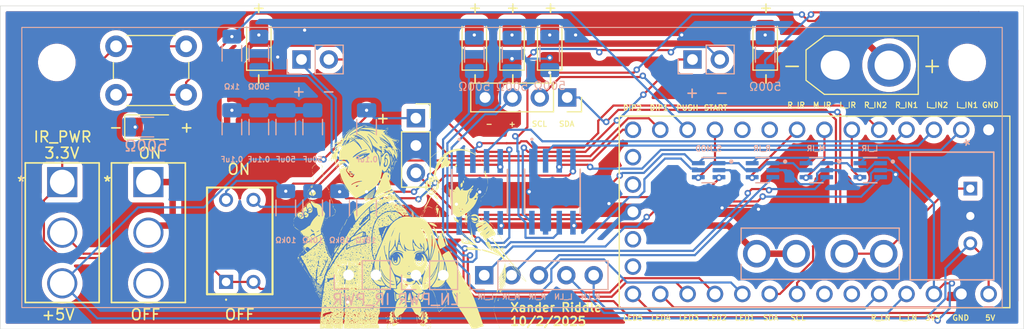
<source format=kicad_pcb>
(kicad_pcb (version 20241229) (generator "pcbnew") (generator_version "9.0")
  (layers (0 "F.Cu" signal) (2 "B.Cu" signal) (13 "F.Paste" user) (15 "B.Paste" user) (5 "F.SilkS" user "F.Silkscreen") (7 "B.SilkS" user "B.Silkscreen") (1 "F.Mask" user) (3 "B.Mask" user) (25 "Edge.Cuts" user))
  (net 0 "")
  (net 1 "+12V")
  (net 2 "GND")
  (net 3 "+5V")
  (net 4 "Net-(D1-A)")
  (net 5 "Net-(D2-A)")
  (net 6 "Net-(D3-A)")
  (net 7 "Net-(D4-A)")
  (net 8 "Net-(D5-A)")
  (net 9 "Net-(D6-K)")
  (net 10 "Button")
  (net 11 "Net-(U2-+VIN)")
  (net 12 "+3.3|5")
  (net 13 "Net-(J7-Pin_2)")
  (net 14 "Net-(J9-Pin_1)")
  (net 15 "Net-(J9-Pin_2)")
  (net 16 "Net-(J10-Pin_2)")
  (net 17 "Net-(J10-Pin_1)")
  (net 18 "LED1")
  (net 19 "LED2")
  (net 20 "LED3")
  (net 21 "LED4")
  (net 22 "LED5")
  (net 23 "+3.3V")
  (net 24 "L_IR")
  (net 25 "L_IR_RAW")
  (net 26 "M_IR_RAW")
  (net 27 "M_IR")
  (net 28 "R_IR_RAW")
  (net 29 "R_IR")
  (net 30 "START_MOD_RAW")
  (net 31 "START_MOD")
  (net 32 "L_IN1")
  (net 33 "Net-(L_MOTOR_DRIVER1-ILIM)")
  (net 34 "L_IN2")
  (net 35 "DIP2")
  (net 36 "DIP1")
  (net 37 "R_IN2")
  (net 38 "R_IN1")
  (net 39 "Net-(R_MOTOR_DRIVER1-ILIM)")
  (net 40 "L_LN")
  (net 41 "R_LN")
  (net 44 "LCD_SDA")
  (net 49 "LCD_SCL")
  (footprint "Connector_PinSocket_2.54mm:PinSocket_1x03_P2.54mm_Vertical" (layer "F.Cu") (at 171.08 128.92)
    (property "Reference" "START_MOD1" (hide yes))
    (property "Value" "Conn_01x03" (hide yes))
  )
  (footprint "LED_SMD:LED_1206_3216Metric_Pad1.42x1.75mm_HandSolder" (layer "F.Cu") (at 203.5 122 90)
    (property "Reference" "-       +")
    (property "Value" "LED" (hide yes))
  )
  (footprint "Connector_PinSocket_2.54mm:PinSocket_1x02_P2.54mm_Vertical" (layer "F.Cu") (at 196.75 123.475 90)
    (property "Reference" "J9" (hide yes))
    (property "Value" "Left Motor" (hide yes))
  )
  (footprint "LED_SMD:LED_1206_3216Metric_Pad1.42x1.75mm_HandSolder" (layer "F.Cu") (at 146.5125 129.75)
    (property "Reference" "-       +")
    (property "Value" "LED" (hide yes))
  )
  (footprint "LED_SMD:LED_1206_3216Metric_Pad1.42x1.75mm_HandSolder" (layer "F.Cu") (at 156.5 122.0125 90)
    (property "Reference" "-+" (hide yes))
    (property "Value" "LED" (hide yes))
  )
  (footprint "DRV8871DDARQ1:DDA0008H_N_TEX" (layer "F.Cu") (at 183.75 135.75 90)
    (property "Reference" "L_MOTOR_DRIVER1" (hide yes))
    (property "Value" "DRV8871DDARQ1" (hide yes))
  )
  (footprint "3544_2:FUSE_3544-2" (layer "F.Cu") (at 208.605 141.5 180)
    (property "Reference" "F1" (hide yes))
    (property "Value" "3544-2" (hide yes))
  )
  (footprint "Capacitor_SMD:C_1206_3216Metric_Pad1.33x1.80mm_HandSolder" (layer "F.Cu") (at 156.5 129.75 90)
    (property "Reference" "0.1uF")
    (property "Value" "0.1uF" (hide yes))
  )
  (footprint "4181172270902:418117270902" (layer "F.Cu") (at 153.46 144.12)
    (property "Reference" "SW_DIP1" (hide yes))
    (property "Value" "SW_DIP_x02" (hide yes))
  )
  (footprint "TSR_1_2450E:TSR 1E_TRP" (layer "F.Cu") (at 222.54 135.46 90)
    (property "Reference" "U2" (hide yes))
    (property "Value" "TSR 1-2450" (hide yes))
  )
  (footprint "Resistor_SMD:R_1206_3216Metric_Pad1.30x1.75mm_HandSolder" (layer "F.Cu") (at 159 137.25 -90)
    (property "Reference" "10kΩ")
    (property "Value" "10kΩ" (hide yes))
  )
  (footprint "LED_SMD:LED_1206_3216Metric_Pad1.42x1.75mm_HandSolder" (layer "F.Cu") (at 183.5 122 90)
    (property "Reference" "-       +")
    (property "Value" "LED" (hide yes))
  )
  (footprint "Resistor_SMD:R_1206_3216Metric_Pad1.30x1.75mm_HandSolder" (layer "F.Cu") (at 180 123 -90)
    (property "Reference" "500Ω")
    (property "Value" "500Ω" (hide yes))
  )
  (footprint "MountingHole:MountingHole_3mm" (layer "F.Cu") (at 222.25 123.75)
    (property "Reference" "H1" (hide yes))
    (property "Value" "MountingHole" (hide yes))
  )
  (footprint "1101M2S3CQE2:1101M2S3CQE2" (layer "F.Cu") (at 146.25 134.852)
    (property "Reference" "SW3" (hide yes))
    (property "Value" "1101M2S3CQE2" (hide yes))
  )
  (footprint "Resistor_SMD:R_1206_3216Metric_Pad1.30x1.75mm_HandSolder" (layer "F.Cu") (at 146.0125 129.75 180)
    (property "Reference" "500Ω")
    (property "Value" "500Ω" (hide yes))
  )
  (footprint "spy:spy23inverted" (layer "F.Cu") (at 170.06207 136.931804)
    (property "Reference" "G***" (hide yes))
    (property "Value" "LOGO" (hide yes))
  )
  (footprint "MountingHole:MountingHole_3mm" (layer "F.Cu") (at 137.75 123.75)
    (property "Reference" "H2" (hide yes))
    (property "Value" "MountingHole" (hide yes))
  )
  (footprint "Resistor_SMD:R_1206_3216Metric_Pad1.30x1.75mm_HandSolder" (layer "F.Cu") (at 161.5 137.25 -90)
    (property "Reference" "10kΩ")
    (property "Value" "10kΩ" (hide yes))
  )
  (footprint "Connector_PinSocket_2.54mm:PinSocket_1x05_P2.54mm_Vertical" (layer "F.Cu") (at 177.42 143.5 90)
    (property "Reference" "R_LN  L_LN  R_IR  M_IR  L_IR")
    (property "Value" "Conn_01x05" (hide yes))
  )
  (footprint "Resistor_SMD:R_1206_3216Metric_Pad1.30x1.75mm_HandSolder" (layer "F.Cu") (at 183.5 122.9125 -90)
    (property "Reference" "500Ω")
    (property "Value" "500Ω" (hide yes))
  )
  (footprint "LED_SMD:LED_1206_3216Metric_Pad1.42x1.75mm_HandSolder" (layer "F.Cu") (at 180 122 90)
    (property "Reference" "-       +")
    (property "Value" "LED" (hide yes))
  )
  (footprint "Connector_AMASS:AMASS_XT30U-F_1x02_P5.0mm_Vertical" (layer "F.Cu") (at 210 124)
    (property "Reference" "J7" (hide yes))
    (property "Value" "Conn_01x02" (hide yes))
  )
  (footprint "Resistor_SMD:R_1206_3216Metric_Pad1.30x1.75mm_HandSolder" (layer "F.Cu") (at 203.5 123 -90)
    (property "Reference" "500Ω")
    (property "Value" "500Ω" (hide yes))
  )
  (footprint "LED_SMD:LED_1206_3216Metric_Pad1.42x1.75mm_HandSolder" (layer "F.Cu") (at 176.5 122 90)
    (property "Reference" "-       +")
    (property "Value" "LED" (hide yes))
  )
  (footprint "Connector_PinSocket_2.54mm:PinSocket_1x04_P2.54mm_Vertical" (layer "F.Cu") (at 185.12 127 -90)
    (property "Reference" "TV1" (hide yes))
    (property "Value" "Conn_01x04" (hide yes))
  )
  (footprint "Resistor_SMD:R_1206_3216Metric_Pad1.30x1.75mm_HandSolder" (layer "F.Cu") (at 156.5 122.9125 -90)
    (property "Reference" "500Ω")
    (property "Value" "500Ω" (hide yes))
  )
  (footprint "Button_Switch_THT:SW_PUSH_6mm_H5mm" (layer "F.Cu") (at 143.25 122.25)
    (property "Reference" "SW1" (hide yes))
    (property "Value" "SW_Push" (hide yes))
  )
  (footprint "Connector_PinSocket_2.54mm:PinSocket_1x02_P2.54mm_Vertical" (layer "F.Cu") (at 164.83 143.475 90)
    (property "Reference" "IR_PWR")
    (property "Value" "Conn_01x02" (hide yes))
  )
  (footprint "Connector_PinSocket_2.54mm:PinSocket_1x02_P2.54mm_Vertical" (layer "F.Cu") (at 171.08 143.5 90)
    (property "Reference" "LN_PWR")
    (property "Value" "Conn_01x02" (hide yes))
  )
  (footprint "Resistor_SMD:R_1206_3216Metric_Pad1.30x1.75mm_HandSolder" (layer "F.Cu") (at 176.5 123 -90)
    (property "Reference" "500Ω")
    (property "Value" "500Ω" (hide yes))
  )
  (footprint "Resistor_SMD:R_1206_3216Metric_Pad1.30x1.75mm_HandSolder" (layer "F.Cu") (at 154 122.9 90)
    (property "Reference" "1kΩ")
    (property "Value" "1kΩ" (hide yes))
  )
  (footprint "1101M2S3CQE2:1101M2S3CQE2" (layer "F.Cu") (at 138.25 134.852)
    (property "Reference" "SW2" (hide yes))
    (property "Value" "1101M2S3CQE2" (hide yes))
  )
  (footprint "DEV-15583:MODULE_DEV-15583" (layer "F.Cu") (at 207.73 137.62 -90)
    (property "Reference" "Teensy 4.0" (hide yes))
    (property "Value" "DEV-15583" (hide yes))
  )
  (footprint "DRV8871DDARQ1:DDA0008H_N_TEX" (layer "F.Cu") (at 177 135.77 90)
    (property "Reference" "R_MOTOR_DRIVER1" (hide yes))
    (property "Value" "DRV8871DDARQ1" (hide yes))
  )
  (footprint "Connector_PinSocket_2.54mm:PinSocket_1x02_P2.54mm_Vertical" (layer "F.Cu") (at 160.46 123.475 90)
    (property "Reference" "-       +" (hide yes))
    (property "Value" "Right Motor" (hide yes))
  )
  (footprint "Capacitor_SMD:C_1206_3216Metric_Pad1.33x1.80mm_HandSolder" (layer "B.Cu") (at 159 129.75 -90)
    (property "Reference" "50uF")
    (property "Value" "50uF" (hide yes))
  )
  (footprint "SN74LVC1T45DCKR:SOT65P210X110-6N" (layer "B.Cu") (at 208.25 133.75 180)
    (property "Reference" "M_IR")
    (property "Value" "SN74LVC1T45DCKR" (hide yes))
  )
  (footprint "Resistor_SMD:R_1206_3216Metric_Pad1.30x1.75mm_HandSolder" (layer "B.Cu") (at 164 137.25 -90)
    (property "Reference" "18kΩ")
    (property "Value" "18kΩ" (hide yes))
  )
  (footprint "SN74LVC1T45DCKR:SOT65P210X110-6N" (layer "B.Cu") (at 203.25 133.75 180)
    (property "Reference" "R_IR")
    (property "Value" "SN74LVC1T45DCKR" (hide yes))
  )
  (footprint "Capacitor_SMD:C_1206_3216Metric_Pad1.33x1.80mm_HandSolder" (layer "B.Cu") (at 161.5 129.75 -90)
    (property "Reference" "50uF")
    (property "Value" "50uF" (hide yes))
  )
  (footprint "SN74LVC1T45DCKR:SOT65P210X110-6N" (layer "B.Cu") (at 213.25 133.75 180)
    (property "Reference" "L_IR")
    (property "Value" "SN74LVC1T45DCKR" (hide yes))
  )
  (footprint "Resistor_SMD:R_1206_3216Metric_Pad1.30x1.75mm_HandSolder" (layer "B.Cu") (at 166.5 137.25 -90)
    (property "Reference" "18kΩ")
    (property "Value" "18kΩ" (hide yes))
  )
  (footprint "Capacitor_SMD:C_1206_3216Metric_Pad1.33x1.80mm_HandSolder" (layer "B.Cu") (at 154 129.75 -90)
    (property "Reference" "0.1uF")
    (property "Value" "0.1uF" (hide yes))
  )
  (footprint "SN74LVC1T45DCKR:SOT65P210X110-6N" (layer "B.Cu") (at 198.25 133.75 180)
    (property "Reference" "S_MOD")
    (property "Value" "SN74LVC1T45DCKR" (hide yes))
  )
  (footprint "Capacitor_SMD:C_1206_3216Metric_Pad1.33x1.80mm_HandSolder" (layer "B.Cu") (at 166.5 129.75 -90)
    (property "Reference" "0.1uF")
    (property "Value" "0.1uF" (hide yes))
  )
  (gr_rect (start 134.5 120.5) (end 225.5 146.5) (stroke (width 0.1)) (fill no) (layer "B.SilkS"))
  (gr_rect (start 132.5 118.5) (end 227.5 148.5) (stroke (width 0.05)) (fill no) (layer "Edge.Cuts"))
  (gr_text "SDA   SCL" (at 203.25 147.75 0) (layer "F.SilkS") (effects (font (size 0.5 0.5) (thickness 0.1) (bold yes)) (justify left bottom)))
  (gr_text "Xander Riddle\n10/2/2025" (at 179.75 148.25 0) (layer "F.SilkS") (effects (font (size 0.8 0.8) (thickness 0.16) (bold yes)) (justify left bottom)))
  (gr_text "+5V" (at 136.25 147.75 0) (layer "F.SilkS") (effects (font (size 1 1)) (justify left bottom)))
  (gr_text "-    +    SCL   SDA" (at 177.5 129.75 0) (layer "F.SilkS") (effects (font (size 0.5 0.5) (thickness 0.1) (bold yes)) (justify left bottom)))
  (gr_text "IR_PWR" (at 135.5 131.25 0) (layer "F.SilkS") (effects (font (size 1 1)) (justify left bottom)))
  (gr_text "ON" (at 153.5 134.25 0) (layer "F.SilkS") (effects (font (size 1 1)) (justify left bottom)))
  (gr_text "START" (at 197.75 128.25 0) (layer "F.SilkS") (effects (font (size 0.5 0.5) (thickness 0.1) (bold yes)) (justify left bottom)))
  (gr_text "OFF" (at 153.25 147.75 0) (layer "F.SilkS") (effects (font (size 1 1)) (justify left bottom)))
  (gr_text "ON" (at 145.25 132.75 0) (layer "F.SilkS") (effects (font (size 1 1)) (justify left bottom)))
  (gr_text "DIP2  DIP1  PUSH" (at 190.25 128.25 0) (layer "F.SilkS") (effects (font (size 0.5 0.5) (thickness 0.1) (bold yes)) (justify left bottom)))
  (gr_text "LED5  LED4  LED3  LED2  LED1" (at 190.25 147.75 0) (layer "F.SilkS") (effects (font (size 0.5 0.5) (thickness 0.1) (bold yes)) (justify left bottom)))
  (gr_text "+  -  S" (at 167.5 128.25 270) (layer "F.SilkS") (effects (font (size 1 1)) (justify left bottom)))
  (gr_text "R_LN  L_LN  3V3   GND    5V" (at 213.25 147.75 0) (layer "F.SilkS") (effects (font (size 0.5 0.5) (thickness 0.1) (bold yes)) (justify left bottom)))
  (gr_text "R_IR  M_IR  L_IR  R_IN2  R_IN1  L_IN2  L_IN1 GND" (at 205.5 128 0) (layer "F.SilkS") (effects (font (size 0.5 0.5) (thickness 0.1) (bold yes)) (justify left bottom)))
  (gr_text "3.3V" (at 136.5 132.75 0) (layer "F.SilkS") (effects (font (size 1 1)) (justify left bottom)))
  (gr_text "OFF" (at 144.5 147.75 0) (layer "F.SilkS") (effects (font (size 1 1)) (justify left bottom)))
  (gr_text "+  -" (at 159.5 127 0) (layer "B.SilkS") (effects (font (size 1 1)) (justify left bottom)))
  (gr_text "+  -" (at 196 127.12 0) (layer "B.SilkS") (effects (font (size 1 1)) (justify left bottom)))
  (segment (start 148.5 138.894) (end 179 138.894) (width 0.6) (layer "F.Cu") (net 1))
  (segment (start 148.5 138.894) (end 148.5 135.75) (width 0.6) (layer "F.Cu") (net 1))
  (segment (start 185.75 138.894) (end 200.104 138.894) (width 0.6) (layer "F.Cu") (net 1))
  (segment (start 153.552 128.6355) (end 154 128.1875) (width 0.6) (layer "F.Cu") (net 1))
  (segment (start 146.25 139.551) (end 146.907 138.894) (width 0.6) (layer "F.Cu") (net 1))
  (segment (start 153.552 130.679785) (end 153.552 128.6355) (width 0.6) (layer "F.Cu") (net 1))
  (segment (start 202.71 141.5) (end 206.37 141.5) (width 0.6) (layer "F.Cu") (net 1))
  (segment (start 153.5 130.75) (end 153.5 130.731786) (width 0.6) (layer "F.Cu") (net 1))
  (segment (start 148.5 135.75) (end 153.5 130.75) (width 0.6) (layer "F.Cu") (net 1))
  (segment (start 146.907 138.894) (end 148.5 138.894) (width 0.6) (layer "F.Cu") (net 1))
  (segment (start 153.5 130.731786) (end 153.552 130.679785) (width 0.6) (layer "F.Cu") (net 1))
  (segment (start 179 138.894) (end 185.75 138.894) (width 0.6) (layer "F.Cu") (net 1))
  (segment (start 200.104 138.894) (end 202.71 141.5) (width 0.6) (layer "F.Cu") (net 1))
  (via (at 154 128.1875) (size 0.6) (drill 0.3) (layers "F.Cu" "B.Cu") (net 1))
  (via (at 179 138.894) (size 0.6) (drill 0.3) (layers "F.Cu" "B.Cu") (net 1))
  (via (at 185.75 138.894) (size 0.6) (drill 0.3) (layers "F.Cu" "B.Cu") (net 1))
  (segment (start 154 128.1875) (end 161.5 128.1875) (width 0.6) (layer "B.Cu") (net 1))
  (segment (start 156.5 123.5) (end 158 123.5) (width 0.2) (layer "F.Cu") (net 2))
  (segment (start 158 123.5) (end 158.25 123.25) (width 0.2) (layer "F.Cu") (net 2))
  (segment (start 190.45 136.85) (end 189 136.85) (width 0.2) (layer "F.Cu") (net 2))
  (segment (start 202.552 137.052) (end 199.699 137.052) (width 0.2) (layer "F.Cu") (net 2))
  (segment (start 176.5 123.4875) (end 180 123.4875) (width 0.2) (layer "F.Cu") (net 2))
  (segment (start 191.22 137.62) (end 190.45 136.85) (width 0.2) (layer "F.Cu") (net 2))
  (segment (start 177.5 127) (end 176.5 126) (width 0.2) (layer "F.Cu") (net 2))
  (segment (start 202.875 137.375) (end 202.552 137.052) (width 0.2) (layer "F.Cu") (net 2))
  (segment (start 199.699 137.052) (end 199.5 137.251) (width 0.2) (layer "F.Cu") (net 2))
  (segment (start 176.5 126) (end 176.5 123.4875) (width 0.2) (layer "F.Cu") (net 2))
  (segment (start 177.02 135.75) (end 177 135.77) (width 0.2) (layer "F.Cu") (net 2))
  (segment (start 185.9 121.2) (end 195.75 121.2) (width 0.2) (layer "F.Cu") (net 2))
  (segment (start 181.6 135.75) (end 177.02 135.75) (width 0.2) (layer "F.Cu") (net 2))
  (segment (start 180 123.4875) (end 180 123.4) (width 0.2) (layer "F.Cu") (net 2))
  (via (at 177 135.77) (size 0.6) (drill 0.3) (layers "F.Cu" "B.Cu") (net 2))
  (via (at 158.25 123.25) (size 0.6) (drill 0.3) (layers "F.Cu" "B.Cu") (net 2))
  (via (at 199.5 137.251) (size 0.6) (drill 0.3) (layers "F.Cu" "B.Cu") (net 2))
  (via (at 195.75 121.2) (size 0.6) (drill 0.3) (layers "F.Cu" "B.Cu") (net 2))
  (via (at 181.6 135.75) (size 0.6) (drill 0.3) (layers "F.Cu" "B.Cu") (net 2))
  (via (at 180 123.4) (size 0.6) (drill 0.3) (layers "F.Cu" "B.Cu") (net 2))
  (via (at 215.602122 134.147878) (size 0.6) (drill 0.3) (layers "F.Cu" "B.Cu") (net 2))
  (via (at 185.9 121.2) (size 0.6) (drill 0.3) (layers "F.Cu" "B.Cu") (net 2))
  (via (at 183.5 123.3125) (size 0.6) (drill 0.3) (layers "F.Cu" "B.Cu") (net 2))
  (via (at 180 123.4) (size 0.6) (drill 0.3) (layers "F.Cu" "B.Cu") (net 2))
  (via (at 160.75 120.75) (size 0.6) (drill 0.3) (layers "F.Cu" "B.Cu") (net 2))
  (via (at 189 136.85) (size 0.6) (drill 0.3) (layers "F.Cu" "B.Cu") (net 2))
  (via (at 164.75 146) (size 0.6) (drill 0.3) (layers "F.Cu" "B.Cu") (net 2))
  (via (at 202.875 137.375) (size 0.6) (drill 0.3) (layers "F.Cu" "B.Cu") (net 2))
  (segment (start 215.204244 133.75) (end 215.602122 134.147878) (width 0.2) (layer "B.Cu") (net 2))
  (segment (start 183.75 135.75) (end 181.6 135.75) (width 0.2) (layer "B.Cu") (net 2))
  (segment (start 189 136.85) (end 187.9 135.75) (width 0.2) (layer "B.Cu") (net 2))
  (segment (start 213.314 134.051) (end 213.615 133.75) (width 0.2) (layer "B.Cu") (net 2))
  (segment (start 212.959774 135.051) (end 213.314 134.696774) (width 0.2) (layer "B.Cu") (net 2))
  (segment (start 183.4125 123.4) (end 183.5 123.3125) (width 0.2) (layer "B.Cu") (net 2))
  (segment (start 210.447226 133.75) (end 211.748226 135.051) (width 0.2) (layer "B.Cu") (net 2))
  (segment (start 207.895774 135.051) (end 208.314 134.632774) (width 0.2) (layer "B.Cu") (net 2))
  (segment (start 167.37 143.475) (end 164.845 146) (width 0.2) (layer "B.Cu") (net 2))
  (segment (start 199.21 133.75) (end 200.25 133.75) (width 0.2) (layer "B.Cu") (net 2))
  (segment (start 209.21 133.75) (end 210.447226 133.75) (width 0.2) (layer "B.Cu") (net 2))
  (segment (start 214.21 133.75) (end 215.204244 133.75) (width 0.2) (layer "B.Cu") (net 2))
  (segment (start 164.845 146) (end 164.75 146) (width 0.2) (layer "B.Cu") (net 2))
  (segment (start 187.9 135.75) (end 183.75 135.75) (width 0.2) (layer "B.Cu") (net 2))
  (segment (start 158.25 123.25) (end 160.75 120.75) (width 0.2) (layer "B.Cu") (net 2))
  (segment (start 208.314 134.632774) (end 208.314 134.051) (width 0.2) (layer "B.Cu") (net 2))
  (segment (start 211.748226 135.051) (end 212.959774 135.051) (width 0.2) (layer "B.Cu") (net 2))
  (segment (start 213.314 134.696774) (end 213.314 134.051) (width 0.2) (layer "B.Cu") (net 2))
  (segment (start 206.748226 135.051) (end 207.895774 135.051) (width 0.2) (layer "B.Cu") (net 2))
  (segment (start 208.615 133.75) (end 209.21 133.75) (width 0.2) (layer "B.Cu") (net 2))
  (segment (start 213.615 133.75) (end 214.21 133.75) (width 0.2) (layer "B.Cu") (net 2))
  (segment (start 200.25 133.75) (end 200.5 134) (width 0.2) (layer "B.Cu") (net 2))
  (segment (start 208.314 134.051) (end 208.615 133.75) (width 0.2) (layer "B.Cu") (net 2))
  (segment (start 205.447226 133.75) (end 206.748226 135.051) (width 0.2) (layer "B.Cu") (net 2))
  (segment (start 170.9325 131.3125) (end 171.08 131.46) (width 0.2) (layer "B.Cu") (net 2))
  (segment (start 204.21 133.75) (end 205.447226 133.75) (width 0.2) (layer "B.Cu") (net 2))
  (segment (start 180 123.4) (end 183.4125 123.4) (width 0.2) (layer "B.Cu") (net 2))
  (segment (start 224.24 142.24) (end 222.54 140.54) (width 0.2) (layer "F.Cu") (net 3))
  (segment (start 166.5 128.75) (end 166.5 128.1875) (width 0.2) (layer "F.Cu") (net 3))
  (segment (start 224.24 145.24) (end 224.24 142.24) (width 0.2) (layer "F.Cu") (net 3))
  (segment (start 162.5 132.75) (end 166.5 128.75) (width 0.2) (layer "F.Cu") (net 3))
  (via (at 162.5 132.75) (size 0.6) (drill 0.3) (layers "F.Cu" "B.Cu") (net 3))
  (via (at 166.5 128.1875) (size 0.6) (drill 0.3) (layers "F.Cu" "B.Cu") (net 3))
  (segment (start 151.415082 137.2) (end 155.865082 132.75) (width 0.2) (layer "B.Cu") (net 3))
  (segment (start 222.54 140.54) (end 220.226 142.854) (width 0.2) (layer "B.Cu") (net 3))
  (segment (start 167.2325 128.92) (end 166.5 128.1875) (width 0.2) (layer "B.Cu") (net 3))
  (segment (start 220.226 142.854) (end 220.226 145.681552) (width 0.2) (layer "B.Cu") (net 3))
  (segment (start 155.865082 132.75) (end 162.5 132.75) (width 0.2) (layer "B.Cu") (net 3))
  (segment (start 141.5 147.5) (end 138.25 144.25) (width 0.2) (layer "B.Cu") (net 3))
  (segment (start 218.407552 147.5) (end 141.5 147.5) (width 0.2) (layer "B.Cu") (net 3))
  (segment (start 171.08 128.92) (end 167.2325 128.92) (width 0.2) (layer "B.Cu") (net 3))
  (segment (start 220.226 145.681552) (end 218.407552 147.5) (width 0.2) (layer "B.Cu") (net 3))
  (segment (start 138.25 144.25) (end 145.3 137.2) (width 0.2) (layer "B.Cu") (net 3))
  (segment (start 145.3 137.2) (end 151.415082 137.2) (width 0.2) (layer "B.Cu") (net 3))
  (segment (start 156.5 120.525) (end 156.5 121.2) (width 0.2) (layer "F.Cu") (net 4))
  (via (at 156.5 121.2) (size 0.6) (drill 0.3) (layers "F.Cu" "B.Cu") (net 4))
  (segment (start 176.5 120.5125) (end 176.5 121.2) (width 0.2) (layer "F.Cu") (net 5))
  (via (at 176.5 121.2) (size 0.6) (drill 0.3) (layers "F.Cu" "B.Cu") (net 5))
  (segment (start 180 120.5125) (end 180 121.2) (width 0.2) (layer "F.Cu") (net 6))
  (via (at 180 121.2) (size 0.6) (drill 0.3) (layers "F.Cu" "B.Cu") (net 6))
  (segment (start 183.5 120.5125) (end 183.5 121.2) (width 0.2) (layer "F.Cu") (net 7))
  (via (at 183.5 121.2) (size 0.6) (drill 0.3) (layers "F.Cu" "B.Cu") (net 7))
  (segment (start 203.5 120.5125) (end 203.5 121.2) (width 0.2) (layer "F.Cu") (net 8))
  (via (at 203.5 121.2) (size 0.6) (drill 0.3) (layers "F.Cu" "B.Cu") (net 8))
  (via (at 145.025 129.75) (size 0.6) (drill 0.3) (layers "F.Cu" "B.Cu") (net 9))
  (segment (start 144.4625 129.75) (end 145.025 129.75) (width 0.2) (layer "B.Cu") (net 9))
  (segment (start 149.75 126.75) (end 149.75 125.6) (width 0.2) (layer "F.Cu") (net 10))
  (segment (start 143.25 126.75) (end 145 126.75) (width 0.2) (layer "F.Cu") (net 10))
  (segment (start 145 126.75) (end 148 129.75) (width 0.2) (layer "F.Cu") (net 10))
  (segment (start 149.75 126.75) (end 143.25 126.75) (width 0.2) (layer "F.Cu") (net 10))
  (segment (start 149.75 125.6) (end 154 121.35) (width 0.2) (layer "F.Cu") (net 10))
  (via (at 154 121.35) (size 0.6) (drill 0.3) (layers "F.Cu" "B.Cu") (net 10))
  (segment (start 185.401 119.101) (end 156.249 119.101) (width 0.2) (layer "B.Cu") (net 10))
  (segment (start 156.249 119.101) (end 154 121.35) (width 0.2) (layer "B.Cu") (net 10))
  (segment (start 196.3 130) (end 185.401 119.101) (width 0.2) (layer "B.Cu") (net 10))
  (segment (start 210.84 141.5) (end 214.5 141.5) (width 0.2) (layer "F.Cu") (net 11))
  (segment (start 222.54 135.46) (end 220.54 135.46) (width 0.2) (layer "F.Cu") (net 11))
  (segment (start 220.54 135.46) (end 214.5 141.5) (width 0.2) (layer "F.Cu") (net 11))
  (segment (start 176.824774 140.205596) (end 176.114178 139.495) (width 0.2) (layer "F.Cu") (net 12))
  (segment (start 168.81 139.495) (end 164.83 143.475) (width 0.2) (layer "F.Cu") (net 12))
  (segment (start 140.199 141.5) (end 162.855 141.5) (width 0.2) (layer "F.Cu") (net 12))
  (segment (start 162.855 141.5) (end 164.83 143.475) (width 0.2) (layer "F.Cu") (net 12))
  (segment (start 138.25 139.551) (end 140.199 141.5) (width 0.2) (layer "F.Cu") (net 12))
  (segment (start 176.114178 139.495) (end 168.81 139.495) (width 0.2) (layer "F.Cu") (net 12))
  (via (at 176.824774 140.205596) (size 0.6) (drill 0.3) (layers "F.Cu" "B.Cu") (net 12))
  (segment (start 177.140185 140.205596) (end 176.824774 140.205596) (width 0.2) (layer "B.Cu") (net 12))
  (segment (start 206.097226 133.1) (end 206.747226 133.75) (width 0.2) (layer "B.Cu") (net 12))
  (segment (start 177.234 140.299411) (end 177.140185 140.205596) (width 0.2) (layer "B.Cu") (net 12))
  (segment (start 211.747226 133.75) (end 212.29 133.75) (width 0.2) (layer "B.Cu") (net 12))
  (segment (start 212.29 133.75) (end 213.017226 133.75) (width 0.2) (layer "B.Cu") (net 12))
  (segment (start 179.8861 140.431) (end 179.4161 140.901) (width 0.2) (layer "B.Cu") (net 12))
  (segment (start 197.832774 133.75) (end 198.482774 133.1) (width 0.2) (layer "B.Cu") (net 12))
  (segment (start 191.75 136.25) (end 190.875 136.25) (width 0.2) (layer "B.Cu") (net 12))
  (segment (start 198.482774 133.1) (end 199.21 133.1) (width 0.2) (layer "B.Cu") (net 12))
  (segment (start 199.21 133.1) (end 201.045 133.1) (width 0.2) (layer "B.Cu") (net 12))
  (segment (start 204.21 133.1) (end 206.097226 133.1) (width 0.2) (layer "B.Cu") (net 12))
  (segment (start 197.29 133.75) (end 197.141 133.601) (width 0.2) (layer "B.Cu") (net 12))
  (segment (start 190.875 136.25) (end 186.694 140.431) (width 0.2) (layer "B.Cu") (net 12))
  (segment (start 194.202901 132.672099) (end 192.286 134.589) (width 0.2) (layer "B.Cu") (net 12))
  (segment (start 192.286 134.589) (end 192.286 135.714) (width 0.2) (layer "B.Cu") (net 12))
  (segment (start 213.017226 133.75) (end 213.667226 133.1) (width 0.2) (layer "B.Cu") (net 12))
  (segment (start 208.017226 133.75) (end 208.667226 133.1) (width 0.2) (layer "B.Cu") (net 12))
  (segment (start 201.045 133.1) (end 201.695 133.75) (width 0.2) (layer "B.Cu") (net 12))
  (segment (start 197.29 133.75) (end 197.832774 133.75) (width 0.2) (layer "B.Cu") (net 12))
  (segment (start 211.097226 133.1) (end 211.747226 133.75) (width 0.2) (layer "B.Cu") (net 12))
  (segment (start 201.695 133.75) (end 202.29 133.75) (width 0.2) (layer "B.Cu") (net 12))
  (segment (start 208.667226 133.1) (end 209.21 133.1) (width 0.2) (layer "B.Cu") (net 12))
  (segment (start 196.598226 133.601) (end 195.669325 132.672099) (width 0.2) (layer "B.Cu") (net 12))
  (segment (start 195.669325 132.672099) (end 194.202901 132.672099) (width 0.2) (layer "B.Cu") (net 12))
  (segment (start 206.747226 133.75) (end 207.29 133.75) (width 0.2) (layer "B.Cu") (net 12))
  (segment (start 177.8339 140.901) (end 177.234 140.3011) (width 0.2) (layer "B.Cu") (net 12))
  (segment (start 177.234 140.3011) (end 177.234 140.299411) (width 0.2) (layer "B.Cu") (net 12))
  (segment (start 197.141 133.601) (end 196.598226 133.601) (width 0.2) (layer "B.Cu") (net 12))
  (segment (start 213.667226 133.1) (end 214.21 133.1) (width 0.2) (layer "B.Cu") (net 12))
  (segment (start 179.4161 140.901) (end 177.8339 140.901) (width 0.2) (layer "B.Cu") (net 12))
  (segment (start 207.29 133.75) (end 208.017226 133.75) (width 0.2) (layer "B.Cu") (net 12))
  (segment (start 202.29 133.75) (end 203.017226 133.75) (width 0.2) (layer "B.Cu") (net 12))
  (segment (start 203.667226 133.1) (end 204.21 133.1) (width 0.2) (layer "B.Cu") (net 12))
  (segment (start 203.017226 133.75) (end 203.667226 133.1) (width 0.2) (layer "B.Cu") (net 12))
  (segment (start 192.286 135.714) (end 191.75 136.25) (width 0.2) (layer "B.Cu") (net 12))
  (segment (start 186.694 140.431) (end 179.8861 140.431) (width 0.2) (layer "B.Cu") (net 12))
  (segment (start 209.21 133.1) (end 211.097226 133.1) (width 0.2) (layer "B.Cu") (net 12))
  (segment (start 155.843498 122) (end 152.751 125.092498) (width 0.6) (layer "F.Cu") (net 13))
  (segment (start 214.5 124) (end 214.5 123.5) (width 0.6) (layer "F.Cu") (net 13))
  (segment (start 212.25 121.25) (end 207.75 121.25) (width 0.6) (layer "F.Cu") (net 13))
  (segment (start 152.751 130.348) (end 148.247 134.852) (width 0.6) (layer "F.Cu") (net 13))
  (segment (start 214.5 123.5) (end 212.25 121.25) (width 0.6) (layer "F.Cu") (net 13))
  (segment (start 148.247 134.852) (end 146.25 134.852) (width 0.6) (layer "F.Cu") (net 13))
  (segment (start 207 122) (end 155.843498 122) (width 0.6) (layer "F.Cu") (net 13))
  (segment (start 152.751 125.092498) (end 152.751 130.348) (width 0.6) (layer "F.Cu") (net 13))
  (segment (start 207.75 121.25) (end 207 122) (width 0.6) (layer "F.Cu") (net 13))
  (segment (start 181.101955 131.666) (end 181.482955 132.047) (width 0.2) (layer "F.Cu") (net 14))
  (segment (start 195.458 123.475) (end 196.75 123.475) (width 0.2) (layer "F.Cu") (net 14))
  (segment (start 186.81692 132.047) (end 189.73092 129.133) (width 0.2) (layer "F.Cu") (net 14))
  (segment (start 192.192235 126.740765) (end 195.458 123.475) (width 0.2) (layer "F.Cu") (net 14))
  (segment (start 181.482955 132.047) (end 186.81692 132.047) (width 0.2) (layer "F.Cu") (net 14))
  (via (at 189.73092 129.133) (size 0.6) (drill 0.3) (layers "F.Cu" "B.Cu") (net 14))
  (via (at 181.101955 131.666) (size 0.6) (drill 0.3) (layers "F.Cu" "B.Cu") (net 14))
  (via (at 192.192235 126.740765) (size 0.6) (drill 0.3) (layers "F.Cu" "B.Cu") (net 14))
  (segment (start 181 131.767955) (end 181 137.780001) (width 0.2) (layer "B.Cu") (net 14))
  (segment (start 189.8 129.133) (end 189.73092 129.133) (width 0.2) (layer "B.Cu") (net 14))
  (segment (start 181 137.780001) (end 181.845 138.625001) (width 0.2) (layer "B.Cu") (net 14))
  (segment (start 192.192235 126.740765) (end 189.8 129.133) (width 0.2) (layer "B.Cu") (net 14))
  (segment (start 181.101955 131.666) (end 181 131.767955) (width 0.2) (layer "B.Cu") (net 14))
  (segment (start 180.5829 130.6) (end 181.429 129.7539) (width 0.2) (layer "F.Cu") (net 15))
  (segment (start 181.429 123.371) (end 182 122.8) (width 0.2) (layer "F.Cu") (net 15))
  (segment (start 188.100735 122.8) (end 188.299735 122.601) (width 0.2) (layer "F.Cu") (net 15))
  (segment (start 181.429 129.7539) (end 181.429 123.371) (width 0.2) (layer "F.Cu") (net 15))
  (segment (start 180.301473 130.6) (end 180.5829 130.6) (width 0.2) (layer "F.Cu") (net 15))
  (segment (start 188.299735 122.601) (end 194.551 122.601) (width 0.2) (layer "F.Cu") (net 15))
  (segment (start 194.551 122.601) (end 194.75 122.8) (width 0.2) (layer "F.Cu") (net 15))
  (via (at 182 122.8) (size 0.6) (drill 0.3) (layers "F.Cu" "B.Cu") (net 15))
  (via (at 180.301473 130.6) (size 0.6) (drill 0.3) (layers "F.Cu" "B.Cu") (net 15))
  (via (at 194.75 122.8) (size 0.6) (drill 0.3) (layers "F.Cu" "B.Cu") (net 15))
  (via (at 188.100735 122.8) (size 0.6) (drill 0.3) (layers "F.Cu" "B.Cu") (net 15))
  (segment (start 184.385 139.475901) (end 183.830901 140.03) (width 0.2) (layer "B.Cu") (net 15))
  (segment (start 182 122.8) (end 182.3 122.5) (width 0.2) (layer "B.Cu") (net 15))
  (segment (start 180.586012 132) (end 180.5 132) (width 0.2) (layer "B.Cu") (net 15))
  (segment (start 180.599 137.946101) (end 180.599 132.012988) (width 0.2) (layer "B.Cu") (net 15))
  (segment (start 198.139 122.324) (end 199.29 123.475) (width 0.2) (layer "B.Cu") (net 15))
  (segment (start 180.5 132) (end 180.5 130.798527) (width 0.2) (layer "B.Cu") (net 15))
  (segment (start 182.3 122.5) (end 187.800735 122.5) (width 0.2) (layer "B.Cu") (net 15))
  (segment (start 180.5 130.798527) (end 180.301473 130.6) (width 0.2) (layer "B.Cu") (net 15))
  (segment (start 195.226 122.324) (end 198.139 122.324) (width 0.2) (layer "B.Cu") (net 15))
  (segment (start 184.385 138.625001) (end 184.385 139.475901) (width 0.2) (layer "B.Cu") (net 15))
  (segment (start 180.599 132.012988) (end 180.586012 132) (width 0.2) (layer "B.Cu") (net 15))
  (segment (start 194.75 122.8) (end 195.226 122.324) (width 0.2) (layer "B.Cu") (net 15))
  (segment (start 181.25 140) (end 181.25 138.597101) (width 0.2) (layer "B.Cu") (net 15))
  (segment (start 181.28 140.03) (end 181.25 140) (width 0.2) (layer "B.Cu") (net 15))
  (segment (start 183.830901 140.03) (end 181.28 140.03) (width 0.2) (layer "B.Cu") (net 15))
  (segment (start 181.25 138.597101) (end 180.599 137.946101) (width 0.2) (layer "B.Cu") (net 15))
  (segment (start 187.800735 122.5) (end 188.100735 122.8) (width 0.2) (layer "B.Cu") (net 15))
  (segment (start 176.797 132.047) (end 168.225 123.475) (width 0.2) (layer "F.Cu") (net 16))
  (segment (start 168.225 123.475) (end 163 123.475) (width 0.2) (layer "F.Cu") (net 16))
  (segment (start 179.75 131.848) (end 179.551 132.047) (width 0.2) (layer "F.Cu") (net 16))
  (segment (start 179.551 132.047) (end 176.797 132.047) (width 0.2) (layer "F.Cu") (net 16))
  (via (at 179.75 131.848) (size 0.6) (drill 0.3) (layers "F.Cu" "B.Cu") (net 16))
  (segment (start 178 140.5) (end 179.25 140.5) (width 0.2) (layer "B.Cu") (net 16))
  (segment (start 179.25 140.5) (end 179.75 140) (width 0.2) (layer "B.Cu") (net 16))
  (segment (start 177.635 140.135) (end 178 140.5) (width 0.2) (layer "B.Cu") (net 16))
  (segment (start 179.75 139.25) (end 179.75 131.848) (width 0.2) (layer "B.Cu") (net 16))
  (segment (start 177.635 138.645001) (end 177.635 140.135) (width 0.2) (layer "B.Cu") (net 16))
  (segment (start 179.75 140) (end 179.75 139.25) (width 0.2) (layer "B.Cu") (net 16))
  (segment (start 163.651 131.8339) (end 166.1651 134.348) (width 0.2) (layer "B.Cu") (net 17))
  (segment (start 163.651 127.0839) (end 163.651 131.8339) (width 0.2) (layer "B.Cu") (net 17))
  (segment (start 175.851057 142.259645) (end 176.348943 142.259645) (width 0.2) (layer "B.Cu") (net 17))
  (segment (start 175.095 139.324351) (end 175.095 138.645001) (width 0.2) (layer "B.Cu") (net 17))
  (segment (start 176.348943 142.259645) (end 176.701 141.907588) (width 0.2) (layer "B.Cu") (net 17))
  (segment (start 160.46 123.475) (end 160.46 123.8929) (width 0.2) (layer "B.Cu") (net 17))
  (segment (start 166.1651 134.348) (end 167.52626 134.348) (width 0.2) (layer "B.Cu") (net 17))
  (segment (start 160.46 123.8929) (end 163.651 127.0839) (width 0.2) (layer "B.Cu") (net 17))
  (segment (start 175.42826 142.25) (end 175.841412 142.25) (width 0.2) (layer "B.Cu") (net 17))
  (segment (start 175.841412 142.25) (end 175.851057 142.259645) (width 0.2) (layer "B.Cu") (net 17))
  (segment (start 176.701 140.930351) (end 175.095 139.324351) (width 0.2) (layer "B.Cu") (net 17))
  (segment (start 176.701 141.907588) (end 176.701 140.930351) (width 0.2) (layer "B.Cu") (net 17))
  (segment (start 167.52626 134.348) (end 175.42826 142.25) (width 0.2) (layer "B.Cu") (net 17))
  (segment (start 157.0375 125) (end 156.5 124.4625) (width 0.2) (layer "B.Cu") (net 18))
  (segment (start 183.651 144.099) (end 182.75 145) (width 0.2) (layer "B.Cu") (net 18))
  (segment (start 184.5321 142.035) (end 183.651 142.9161) (width 0.2) (layer "B.Cu") (net 18))
  (segment (start 188.535 142.035) (end 184.5321 142.035) (width 0.2) (layer "B.Cu") (net 18))
  (segment (start 176 144.25224) (end 176 143.38884) (width 0.2) (layer "B.Cu") (net 18))
  (segment (start 163.25 127.25) (end 161 125) (width 0.2) (layer "B.Cu") (net 18))
  (segment (start 190.674 144.174) (end 188.535 142.035) (width 0.2) (layer "B.Cu") (net 18))
  (segment (start 176 143.38884) (end 167.36016 134.749) (width 0.2) (layer "B.Cu") (net 18))
  (segment (start 176.74776 145) (end 176 144.25224) (width 0.2) (layer "B.Cu") (net 18))
  (segment (start 182.75 145) (end 176.74776 145) (width 0.2) (layer "B.Cu") (net 18))
  (segment (start 161 125) (end 157.0375 125) (width 0.2) (layer "B.Cu") (net 18))
  (segment (start 163.25 132) (end 163.25 127.25) (width 0.2) (layer "B.Cu") (net 18))
  (segment (start 183.651 142.9161) (end 183.651 144.099) (width 0.2) (layer "B.Cu") (net 18))
  (segment (start 167.36016 134.749) (end 165.999 134.749) (width 0.2) (layer "B.Cu") (net 18))
  (segment (start 201.38 145.24) (end 200.314 144.174) (width 0.2) (layer "B.Cu") (net 18))
  (segment (start 165.999 134.749) (end 163.25 132) (width 0.2) (layer "B.Cu") (net 18))
  (segment (start 200.314 144.174) (end 190.674 144.174) (width 0.2) (layer "B.Cu") (net 18))
  (segment (start 198.84 145.24) (end 197.373 143.773) (width 0.2) (layer "F.Cu") (net 19))
  (segment (start 175.901 144.3339) (end 175.901 142.5) (width 0.2) (layer "F.Cu") (net 19))
  (segment (start 175.901 141.857645) (end 176.1 141.658645) (width 0.2) (layer "F.Cu") (net 19))
  (segment (start 197.373 143.773) (end 190.4099 143.773) (width 0.2) (layer "F.Cu") (net 19))
  (segment (start 189.96645 144.21645) (end 189.0839 145.099) (width 0.2) (layer "F.Cu") (net 19))
  (segment (start 176.15855 144.59145) (end 175.901 144.3339) (width 0.2) (layer "F.Cu") (net 19))
  (segment (start 190.4099 143.773) (end 189.96645 144.21645) (width 0.2) (layer "F.Cu") (net 19))
  (segment (start 189.0839 145.099) (end 182 145.099) (width 0.2) (layer "F.Cu") (net 19))
  (segment (start 175.901 142.5) (end 175.901 141.857645) (width 0.2) (layer "F.Cu") (net 19))
  (segment (start 176.6661 145.099) (end 176.15855 144.59145) (width 0.2) (layer "F.Cu") (net 19))
  (segment (start 182 145.099) (end 176.6661 145.099) (width 0.2) (layer "F.Cu") (net 19))
  (via (at 176.1 141.658645) (size 0.6) (drill 0.3) (layers "F.Cu" "B.Cu") (net 19))
  (segment (start 176 125.05) (end 176 128.5) (width 0.2) (layer "B.Cu") (net 19))
  (segment (start 175.408645 141.658645) (end 174.09347 140.34347) (width 0.2) (layer "B.Cu") (net 19))
  (segment (start 176.5 124.55) (end 176 125.05) (width 0.2) (layer "B.Cu") (net 19))
  (segment (start 176.1 141.658645) (end 175.408645 141.658645) (width 0.2) (layer "B.Cu") (net 19))
  (segment (start 173.599 139.850414) (end 173.749293 140.000707) (width 0.2) (layer "B.Cu") (net 19))
  (segment (start 173.74 139.991413) (end 173.74 139.99) (width 0.2) (layer "B.Cu") (net 19))
  (segment (start 176 128.5) (end 173.599 130.901) (width 0.2) (layer "B.Cu") (net 19))
  (segment (start 174.09347 140.34347) (end 174.092057 140.34347) (width 0.2) (layer "B.Cu") (net 19))
  (segment (start 173.599 130.901) (end 173.599 139.850414) (width 0.2) (layer "B.Cu") (net 19))
  (segment (start 173.749293 140.000707) (end 173.74 139.991413) (width 0.2) (layer "B.Cu") (net 19))
  (segment (start 174.092057 140.34347) (end 173.749293 140.000707) (width 0.2) (layer "B.Cu") (net 19))
  (segment (start 176.5 145.5) (end 189.25 145.5) (width 0.2) (layer "F.Cu") (net 20))
  (segment (start 175.617417 141.076583) (end 175.5 141.194) (width 0.2) (layer "F.Cu") (net 20))
  (segment (start 175.5 144.5) (end 176.5 145.5) (width 0.2) (layer "F.Cu") (net 20))
  (segment (start 175.5 141.194) (end 175.5 144.5) (width 0.2) (layer "F.Cu") (net 20))
  (segment (start 189.25 145.5) (end 190.576 144.174) (width 0.2) (layer "F.Cu") (net 20))
  (segment (start 190.576 144.174) (end 195.234 144.174) (width 0.2) (layer "F.Cu") (net 20))
  (segment (start 195.234 144.174) (end 196.3 145.24) (width 0.2) (layer "F.Cu") (net 20))
  (segment (start 175.617417 141.018888) (end 175.617417 141.076583) (width 0.2) (layer "F.Cu") (net 20))
  (via (at 175.617417 141.018888) (size 0.6) (drill 0.3) (layers "F.Cu" "B.Cu") (net 20))
  (segment (start 174.25957 139.94247) (end 174.258156 139.94247) (width 0.2) (layer "B.Cu") (net 20))
  (segment (start 178.889 125.661) (end 180 124.55) (width 0.2) (layer "B.Cu") (net 20))
  (segment (start 178.889 127.5839) (end 178.889 125.661) (width 0.2) (layer "B.Cu") (net 20))
  (segment (start 174 139.6829) (end 174 131.25) (width 0.2) (layer "B.Cu") (net 20))
  (segment (start 174.258156 139.94247) (end 174.141 139.825314) (width 0.2) (layer "B.Cu") (net 20))
  (segment (start 174 131.25) (end 177.099 128.151) (width 0.2) (layer "B.Cu") (net 20))
  (segment (start 178.3219 128.151) (end 178.889 127.5839) (width 0.2) (layer "B.Cu") (net 20))
  (segment (start 177.099 128.151) (end 178.3219 128.151) (width 0.2) (layer "B.Cu") (net 20))
  (segment (start 175.617417 141.018888) (end 175.335988 141.018888) (width 0.2) (layer "B.Cu") (net 20))
  (segment (start 174.141 139.8239) (end 174 139.6829) (width 0.2) (layer "B.Cu") (net 20))
  (segment (start 175.335988 141.018888) (end 174.25957 139.94247) (width 0.2) (layer "B.Cu") (net 20))
  (segment (start 174.141 139.825314) (end 174.141 139.8239) (width 0.2) (layer "B.Cu") (net 20))
  (segment (start 207.502473 119.901) (end 206.901473 119.3) (width 0.2) (layer "F.Cu") (net 21))
  (segment (start 226.498 145.6849) (end 226.498 122.8151) (width 0.2) (layer "F.Cu") (net 21))
  (segment (start 193.76 145.24) (end 195.02 146.5) (width 0.2) (layer "F.Cu") (net 21))
  (segment (start 195.02 146.5) (end 225.6829 146.5) (width 0.2) (layer "F.Cu") (net 21))
  (segment (start 208.5329 119.502) (end 208.1339 119.901) (width 0.2) (layer "F.Cu") (net 21))
  (segment (start 191.574265 124.425735) (end 191.3 124.7) (width 0.2) (layer "F.Cu") (net 21))
  (segment (start 191.3 124.7) (end 183.5 124.7) (width 0.2) (layer "F.Cu") (net 21))
  (segment (start 226.498 122.8151) (end 223.1849 119.502) (width 0.2) (layer "F.Cu") (net 21))
  (segment (start 225.6829 146.5) (end 226.498 145.6849) (width 0.2) (layer "F.Cu") (net 21))
  (segment (start 208.1339 119.901) (end 207.502473 119.901) (width 0.2) (layer "F.Cu") (net 21))
  (segment (start 223.1849 119.502) (end 208.5329 119.502) (width 0.2) (layer "F.Cu") (net 21))
  (via (at 191.574265 124.425735) (size 0.6) (drill 0.3) (layers "F.Cu" "B.Cu") (net 21))
  (via (at 206.901473 119.3) (size 0.6) (drill 0.3) (layers "F.Cu" "B.Cu") (net 21))
  (via (at 183.5 124.7) (size 0.6) (drill 0.3) (layers "F.Cu" "B.Cu") (net 21))
  (segment (start 196.7 119.3) (end 191.574265 124.425735) (width 0.2) (layer "B.Cu") (net 21))
  (segment (start 206.901473 119.3) (end 196.7 119.3) (width 0.2) (layer "B.Cu") (net 21))
  (segment (start 208.75 119.101) (end 223.351 119.101) (width 0.2) (layer "F.Cu") (net 22))
  (segment (start 225.75 147) (end 192.98 147) (width 0.2) (layer "F.Cu") (net 22))
  (segment (start 208.699 119.101) (end 208.75 119.101) (width 0.2) (layer "F.Cu") (net 22))
  (segment (start 223.351 119.101) (end 226.899 122.649) (width 0.2) (layer "F.Cu") (net 22))
  (segment (start 192.98 147) (end 191.22 145.24) (width 0.2) (layer "F.Cu") (net 22))
  (segment (start 226.899 145.851) (end 225.75 147) (width 0.2) (layer "F.Cu") (net 22))
  (segment (start 207.949 119.101) (end 208.75 119.101) (width 0.2) (layer "F.Cu") (net 22))
  (segment (start 207.75 119.3) (end 207.949 119.101) (width 0.2) (layer "F.Cu") (net 22))
  (segment (start 226.899 122.649) (end 226.899 145.851) (width 0.2) (layer "F.Cu") (net 22))
  (via (at 207.75 119.3) (size 0.6) (drill 0.3) (layers "F.Cu" "B.Cu") (net 22))
  (segment (start 207.75 119.3) (end 203.5 123.55) (width 0.2) (layer "B.Cu") (net 22))
  (segment (start 203.5 123.55) (end 203.5 124.55) (width 0.2) (layer "B.Cu") (net 22))
  (segment (start 156 144.12) (end 156.649999 144.769999) (width 0.2) (layer "F.Cu") (net 23))
  (segment (start 190.9161 147.401) (end 219.201 147.401) (width 0.2) (layer "F.Cu") (net 23))
  (segment (start 189.4161 145.901) (end 190.9161 147.401) (width 0.2) (layer "F.Cu") (net 23))
  (segment (start 138.25 134.852) (end 138.25 127.25) (width 0.2) (layer "F.Cu") (net 23))
  (segment (start 136.552 140.254335) (end 138.198665 141.901) (width 0.2) (layer "F.Cu") (net 23))
  (segment (start 153.46 144.12) (end 156 144.12) (width 0.2) (layer "F.Cu") (net 23))
  (segment (start 138.198665 141.901) (end 151.241 141.901) (width 0.2) (layer "F.Cu") (net 23))
  (segment (start 219.201 147.401) (end 219.5 147.7) (width 0.2) (layer "F.Cu") (net 23))
  (segment (start 156.649999 144.769999) (end 169.810001 144.769999) (width 0.2) (layer "F.Cu") (net 23))
  (segment (start 151.241 141.901) (end 153.46 144.12) (width 0.2) (layer "F.Cu") (net 23))
  (segment (start 173.481 145.901) (end 189.4161 145.901) (width 0.2) (layer "F.Cu") (net 23))
  (segment (start 220.15 144.25) (end 219.16 145.24) (width 0.2) (layer "F.Cu") (net 23))
  (segment (start 136.552 136.55) (end 136.552 140.254335) (width 0.2) (layer "F.Cu") (net 23))
  (segment (start 171.08 143.5) (end 173.481 145.901) (width 0.2) (layer "F.Cu") (net 23))
  (segment (start 175.75 137.892) (end 175.75 137.82147) (width 0.2) (layer "F.Cu") (net 23))
  (segment (start 143.25 122.25) (end 149.75 122.25) (width 0.2) (layer "F.Cu") (net 23))
  (segment (start 186.358 137.892) (end 175.75 137.892) (width 0.2) (layer "F.Cu") (net 23))
  (segment (start 138.25 134.852) (end 136.552 136.55) (width 0.2) (layer "F.Cu") (net 23))
  (segment (start 190 134.25) (end 186.358 137.892) (width 0.2) (layer "F.Cu") (net 23))
  (segment (start 220.826 144.25) (end 220.15 144.25) (width 0.2) (layer "F.Cu") (net 23))
  (segment (start 138.25 127.25) (end 143.25 122.25) (width 0.2) (layer "F.Cu") (net 23))
  (segment (start 169.810001 144.769999) (end 171.08 143.5) (width 0.2) (layer "F.Cu") (net 23))
  (segment (start 175.75 137.82147) (end 174.839265 136.910735) (width 0.2) (layer "F.Cu") (net 23))
  (via (at 220.826 144.25) (size 0.6) (drill 0.3) (layers "F.Cu" "B.Cu") (net 23))
  (via (at 174.839265 136.910735) (size 0.6) (drill 0.3) (layers "F.Cu" "B.Cu") (net 23))
  (via (at 219.5 147.7) (size 0.6) (drill 0.3) (layers "F.Cu" "B.Cu") (net 23))
  (via (at 190 134.25) (size 0.6) (drill 0.3) (layers "F.Cu" "B.Cu") (net 23))
  (segment (start 193.971553 132.271099) (end 192.235652 134.007) (width 0.2) (layer "B.Cu") (net 23))
  (segment (start 207.791 132.599) (end 208 132.599) (width 0.2) (layer "B.Cu") (net 23))
  (segment (start 196.021099 132.271099) (end 193.971553 132.271099) (width 0.2) (layer "B.Cu") (net 23))
  (segment (start 197.29 133.1) (end 196.85 133.1) (width 0.2) (layer "B.Cu") (net 23))
  (segment (start 219.16 136.857226) (end 214.901774 132.599) (width 0.2) (layer "B.Cu") (net 23))
  (segment (start 177.5 128.552) (end 174.401 131.651) (width 0.2) (layer "B.Cu") (net 23))
  (segment (start 196.85 133.1) (end 196.021099 132.271099) (width 0.2) (layer "B.Cu") (net 23))
  (segment (start 197.29 133.1) (end 197.791 132.599) (width 0.2) (layer "B.Cu") (net 23))
  (segment (start 214.901774 132.599) (end 213 132.599) (width 0.2) (layer "B.Cu") (net 23))
  (segment (start 220.634 144.442) (end 220.634 146.566) (width 0.2) (layer "B.Cu") (net 23))
  (segment (start 174.401 131.651) (end 174.401 136.47247) (width 0.2) (layer "B.Cu") (net 23))
  (segment (start 202.29 133.1) (end 202.791 132.599) (width 0.2) (layer "B.Cu") (net 23))
  (segment (start 208 132.599) (end 213 132.599) (width 0.2) (layer "B.Cu") (net 23))
  (segment (start 212.791 132.599) (end 212.29 133.1) (width 0.2) (layer "B.Cu") (net 23))
  (segment (start 192.235652 134.007) (end 190.243 134.007) (width 0.2) (layer "B.Cu") (net 23))
  (segment (start 219.16 145.24) (end 219.16 136.857226) (width 0.2) (layer "B.Cu") (net 23))
  (segment (start 202.791 132.599) (end 203 132.599) (width 0.2) (layer "B.Cu") (net 23))
  (segment (start 220.826 144.25) (end 220.634 144.442) (width 0.2) (layer "B.Cu") (net 23))
  (segment (start 207.29 133.1) (end 207.791 132.599) (width 0.2) (layer "B.Cu") (net 23))
  (segment (start 220.634 146.566) (end 219.5 147.7) (width 0.2) (layer "B.Cu") (net 23))
  (segment (start 203 132.599) (end 208 132.599) (width 0.2) (layer "B.Cu") (net 23))
  (segment (start 180.04 127) (end 178.488 128.552) (width 0.2) (layer "B.Cu") (net 23))
  (segment (start 197.791 132.599) (end 203 132.599) (width 0.2) (layer "B.Cu") (net 23))
  (segment (start 178.488 128.552) (end 177.5 128.552) (width 0.2) (layer "B.Cu") (net 23))
  (segment (start 190.243 134.007) (end 190 134.25) (width 0.2) (layer "B.Cu") (net 23))
  (segment (start 213 132.599) (end 212.791 132.599) (width 0.2) (layer "B.Cu") (net 23))
  (segment (start 174.401 136.47247) (end 174.839265 136.910735) (width 0.2) (layer "B.Cu") (net 23))
  (segment (start 211.54 130) (end 211.54 133.7) (width 0.2) (layer "F.Cu") (net 24))
  (segment (start 211.54 133.7) (end 212.29 134.45) (width 0.2) (layer "F.Cu") (net 24))
  (via (at 212.29 134.45) (size 0.6) (drill 0.3) (layers "F.Cu" "B.Cu") (net 24))
  (segment (start 192.5 138.094) (end 192.656 138.094) (width 0.2) (layer "F.Cu") (net 25))
  (segment (start 192.656 138.094) (end 194.099 136.651) (width 0.2) (layer "F.Cu") (net 25))
  (segment (start 194.099 136.651) (end 202.80753 136.651) (width 0.2) (layer "F.Cu") (net 25))
  (segment (start 202.80753 136.651) (end 203.266152 136.192378) (width 0.2) (layer "F.Cu") (net 25))
  (via (at 203.266152 136.192378) (size 0.6) (drill 0.3) (layers "F.Cu" "B.Cu") (net 25))
  (via (at 192.5 138.094) (size 0.6) (drill 0.3) (layers "F.Cu" "B.Cu") (net 25))
  (segment (start 188.668 140.832) (end 180.088 140.832) (width 0.2) (layer "B.Cu") (net 25))
  (segment (start 180.088 140.832) (end 177.42 143.5) (width 0.2) (layer "B.Cu") (net 25))
  (segment (start 190.5 139) (end 188.668 140.832) (width 0.2) (layer "B.Cu") (net 25))
  (segment (start 191.594 139) (end 190.5 139) (width 0.2) (layer "B.Cu") (net 25))
  (segment (start 212.404735 136.205265) (end 203.279039 136.205265) (width 0.2) (layer "B.Cu") (net 25))
  (segment (start 203.279039 136.205265) (end 203.266152 136.192378) (width 0.2) (layer "B.Cu") (net 25))
  (segment (start 214.21 134.4) (end 212.404735 136.205265) (width 0.2) (layer "B.Cu") (net 25))
  (segment (start 192.5 138.094) (end 191.594 139) (width 0.2) (layer "B.Cu") (net 25))
  (segment (start 203.75 135.5) (end 203.854265 135.604265) (width 0.2) (layer "F.Cu") (net 26))
  (segment (start 202.26147 135.5) (end 203.75 135.5) (width 0.2) (layer "F.Cu") (net 26))
  (segment (start 201.880735 135.880735) (end 202.26147 135.5) (width 0.2) (layer "F.Cu") (net 26))
  (via (at 203.854265 135.604265) (size 0.6) (drill 0.3) (layers "F.Cu" "B.Cu") (net 26))
  (via (at 201.880735 135.880735) (size 0.6) (drill 0.3) (layers "F.Cu" "B.Cu") (net 26))
  (segment (start 203.854265 135.604265) (end 203.95853 135.5) (width 0.2) (layer "B.Cu") (net 26))
  (segment (start 196.8099 141.233) (end 182.227 141.233) (width 0.2) (layer "B.Cu") (net 26))
  (segment (start 182.227 141.233) (end 179.96 143.5) (width 0.2) (layer "B.Cu") (net 26))
  (segment (start 208.11 135.5) (end 209.21 134.4) (width 0.2) (layer "B.Cu") (net 26))
  (segment (start 201.880735 136.162165) (end 196.8099 141.233) (width 0.2) (layer "B.Cu") (net 26))
  (segment (start 201.880735 135.880735) (end 201.880735 136.162165) (width 0.2) (layer "B.Cu") (net 26))
  (segment (start 203.95853 135.5) (end 208.11 135.5) (width 0.2) (layer "B.Cu") (net 26))
  (segment (start 209 130) (end 209 132.74) (width 0.2) (layer "F.Cu") (net 27))
  (segment (start 209 132.74) (end 207.29 134.45) (width 0.2) (layer "F.Cu") (net 27))
  (via (at 207.29 134.45) (size 0.6) (drill 0.3) (layers "F.Cu" "B.Cu") (net 27))
  (segment (start 204.21 134.4) (end 196.976 141.634) (width 0.2) (layer "B.Cu") (net 28))
  (segment (start 196.976 141.634) (end 184.366 141.634) (width 0.2) (layer "B.Cu") (net 28))
  (segment (start 184.366 141.634) (end 182.5 143.5) (width 0.2) (layer "B.Cu") (net 28))
  (segment (start 202.29 134.17) (end 202.29 134.45) (width 0.2) (layer "F.Cu") (net 29))
  (segment (start 206.46 130) (end 202.29 134.17) (width 0.2) (layer "F.Cu") (net 29))
  (via (at 202.29 134.45) (size 0.6) (drill 0.3) (layers "F.Cu" "B.Cu") (net 29))
  (segment (start 197.5 136.25) (end 188.5671 136.25) (width 0.2) (layer "F.Cu") (net 30))
  (segment (start 174.590322 137.511735) (end 174.238265 137.159678) (width 0.2) (layer "F.Cu") (net 30))
  (segment (start 186.5241 138.293) (end 175.373 138.293) (width 0.2) (layer "F.Cu") (net 30))
  (segment (start 174.238265 137.159678) (end 174.238265 137.158265) (width 0.2) (layer "F.Cu") (net 30))
  (segment (start 174.238265 137.158265) (end 171.08 134) (width 0.2) (layer "F.Cu") (net 30))
  (segment (start 199.21 134.54) (end 197.5 136.25) (width 0.2) (layer "F.Cu") (net 30))
  (segment (start 174.591735 137.511735) (end 174.590322 137.511735) (width 0.2) (layer "F.Cu") (net 30))
  (segment (start 188.5671 136.25) (end 186.5241 138.293) (width 0.2) (layer "F.Cu") (net 30))
  (segment (start 199.21 134.45) (end 199.21 134.54) (width 0.2) (layer "F.Cu") (net 30))
  (segment (start 175.373 138.293) (end 174.591735 137.511735) (width 0.2) (layer "F.Cu") (net 30))
  (via (at 199.21 134.45) (size 0.6) (drill 0.3) (layers "F.Cu" "B.Cu") (net 30))
  (segment (start 199.21 134.45) (end 199.21 134.4) (width 0.2) (layer "B.Cu") (net 30))
  (segment (start 198.84 130) (end 198.84 132.9) (width 0.2) (layer "F.Cu") (net 31))
  (segment (start 198.84 132.9) (end 197.29 134.45) (width 0.2) (layer "F.Cu") (net 31))
  (via (at 197.29 134.45) (size 0.6) (drill 0.3) (layers "F.Cu" "B.Cu") (net 31))
  (segment (start 187.051 133.25) (end 184.584 133.25) (width 0.2) (layer "F.Cu") (net 32))
  (segment (start 184.584 133.25) (end 184.385 133.449) (width 0.2) (layer "F.Cu") (net 32))
  (segment (start 187.25 133.449) (end 187.051 133.25) (width 0.2) (layer "F.Cu") (net 32))
  (via (at 187.25 133.449) (size 0.6) (drill 0.3) (layers "F.Cu" "B.Cu") (net 32))
  (via (at 184.385 133.449) (size 0.6) (drill 0.3) (layers "F.Cu" "B.Cu") (net 32))
  (segment (start 187.407 133.606) (end 187.25 133.449) (width 0.2) (layer "B.Cu") (net 32))
  (segment (start 219.829901 131.870099) (end 193.805453 131.870099) (width 0.2) (layer "B.Cu") (net 32))
  (segment (start 193.805453 131.870099) (end 192.069552 133.606) (width 0.2) (layer "B.Cu") (net 32))
  (segment (start 192.069552 133.606) (end 187.407 133.606) (width 0.2) (layer "B.Cu") (net 32))
  (segment (start 221.7 130) (end 219.829901 131.870099) (width 0.2) (layer "B.Cu") (net 32))
  (segment (start 164.6008 136.3508) (end 164 135.75) (width 0.2) (layer "F.Cu") (net 33))
  (segment (start 171.312681 136.402722) (end 171.260759 136.3508) (width 0.2) (layer "F.Cu") (net 33))
  (segment (start 171.312681 136.437834) (end 171.312681 136.402722) (width 0.2) (layer "F.Cu") (net 33))
  (segment (start 172.863101 134.934571) (end 173.12097 134.934571) (width 0.2) (layer "F.Cu") (net 33))
  (segment (start 185.255 134.25) (end 185.655 133.85) (width 0.2) (layer "F.Cu") (net 33))
  (segment (start 173.805541 134.25) (end 185.255 134.25) (width 0.2) (layer "F.Cu") (net 33))
  (segment (start 171.260759 136.3508) (end 164.6008 136.3508) (width 0.2) (layer "F.Cu") (net 33))
  (segment (start 173.12097 134.934571) (end 173.805541 134.25) (width 0.2) (layer "F.Cu") (net 33))
  (via (at 172.863101 134.934571) (size 0.6) (drill 0.3) (layers "F.Cu" "B.Cu") (net 33))
  (via (at 185.655 133.85) (size 0.6) (drill 0.3) (layers "F.Cu" "B.Cu") (net 33))
  (via (at 164 135.75) (size 0.6) (drill 0.3) (layers "F.Cu" "B.Cu") (net 33))
  (via (at 171.312681 136.437834) (size 0.6) (drill 0.3) (layers "F.Cu" "B.Cu") (net 33))
  (segment (start 171.359838 136.437834) (end 172.863101 134.934571) (width 0.2) (layer "B.Cu") (net 33))
  (segment (start 164 135.7) (end 164 135.75) (width 0.2) (layer "B.Cu") (net 33))
  (segment (start 171.312681 136.437834) (end 171.359838 136.437834) (width 0.2) (layer "B.Cu") (net 33))
  (segment (start 219.16 130) (end 217.690901 131.469099) (width 0.2) (layer "B.Cu") (net 34))
  (segment (start 215.722199 131.469099) (end 215.7201 131.467) (width 0.2) (layer "B.Cu") (net 34))
  (segment (start 183.832099 131.467) (end 183.115 132.184099) (width 0.2) (layer "B.Cu") (net 34))
  (segment (start 217.690901 131.469099) (end 215.722199 131.469099) (width 0.2) (layer "B.Cu") (net 34))
  (segment (start 215.7201 131.467) (end 183.832099 131.467) (width 0.2) (layer "B.Cu") (net 34))
  (segment (start 183.115 132.184099) (end 183.115 132.874999) (width 0.2) (layer "B.Cu") (net 34))
  (segment (start 164.351 132.849) (end 161.5 135.7) (width 0.2) (layer "F.Cu") (net 35))
  (segment (start 191.22 130) (end 190.279548 130) (width 0.2) (layer "F.Cu") (net 35))
  (segment (start 187.430548 132.849) (end 164.351 132.849) (width 0.2) (layer "F.Cu") (net 35))
  (segment (start 190.279548 130) (end 187.430548 132.849) (width 0.2) (layer "F.Cu") (net 35))
  (via (at 161.5 135.7) (size 0.6) (drill 0.3) (layers "F.Cu" "B.Cu") (net 35))
  (segment (start 156.649999 137.149999) (end 160.050001 137.149999) (width 0.2) (layer "B.Cu") (net 35))
  (segment (start 156 136.5) (end 156.649999 137.149999) (width 0.2) (layer "B.Cu") (net 35))
  (segment (start 160.050001 137.149999) (end 161.5 135.7) (width 0.2) (layer "B.Cu") (net 35))
  (segment (start 159.7 135) (end 159 135.7) (width 0.2) (layer "F.Cu") (net 36))
  (segment (start 172.059 130.309) (end 169.941 130.309) (width 0.2) (layer "F.Cu") (net 36))
  (segment (start 167.802 132.448) (end 164.1849 132.448) (width 0.2) (layer "F.Cu") (net 36))
  (segment (start 190.778448 128.934) (end 187.264448 132.448) (width 0.2) (layer "F.Cu") (net 36))
  (segment (start 161.6329 135) (end 159.7 135) (width 0.2) (layer "F.Cu") (net 36))
  (segment (start 193.76 130) (end 192.694 128.934) (width 0.2) (layer "F.Cu") (net 36))
  (segment (start 164.1849 132.448) (end 161.6329 135) (width 0.2) (layer "F.Cu") (net 36))
  (segment (start 192.694 128.934) (end 190.778448 128.934) (width 0.2) (layer "F.Cu") (net 36))
  (segment (start 174.198 132.448) (end 172.059 130.309) (width 0.2) (layer "F.Cu") (net 36))
  (segment (start 169.941 130.309) (end 167.802 132.448) (width 0.2) (layer "F.Cu") (net 36))
  (segment (start 187.264448 132.448) (end 174.198 132.448) (width 0.2) (layer "F.Cu") (net 36))
  (via (at 159 135.7) (size 0.6) (drill 0.3) (layers "F.Cu" "B.Cu") (net 36))
  (segment (start 153.46 135.722182) (end 154.432182 134.75) (width 0.2) (layer "B.Cu") (net 36))
  (segment (start 153.46 136.5) (end 153.46 135.722182) (width 0.2) (layer "B.Cu") (net 36))
  (segment (start 154.432182 134.75) (end 158.05 134.75) (width 0.2) (layer "B.Cu") (net 36))
  (segment (start 158.05 134.75) (end 159 135.7) (width 0.2) (layer "B.Cu") (net 36))
  (segment (start 180.853012 131.065) (end 181.350898 131.065) (width 0.2) (layer "F.Cu") (net 37))
  (segment (start 189.415446 127.75) (end 211.83 127.75) (width 0.2) (layer "F.Cu") (net 37))
  (segment (start 181.350898 131.065) (end 181.931898 131.646) (width 0.2) (layer "F.Cu") (net 37))
  (segment (start 186.65082 131.646) (end 188 130.29682) (width 0.2) (layer "F.Cu") (net 37))
  (segment (start 188 129.165446) (end 189.415446 127.75) (width 0.2) (layer "F.Cu") (net 37))
  (segment (start 180.671012 131.247) (end 180.853012 131.065) (width 0.2) (layer "F.Cu") (net 37))
  (segment (start 188 130.29682) (end 188 129.165446) (width 0.2) (layer "F.Cu") (net 37))
  (segment (start 176.875683 131.375683) (end 176.974212 131.375683) (width 0.2) (layer "F.Cu") (net 37))
  (segment (start 211.83 127.75) (end 214.08 130) (width 0.2) (layer "F.Cu") (net 37))
  (segment (start 176.974212 131.375683) (end 177.099895 131.25) (width 0.2) (layer "F.Cu") (net 37))
  (segment (start 179.498057 131.25) (end 179.501057 131.247) (width 0.2) (layer "F.Cu") (net 37))
  (segment (start 179.501057 131.247) (end 180.671012 131.247) (width 0.2) (layer "F.Cu") (net 37))
  (segment (start 177.099895 131.25) (end 179.498057 131.25) (width 0.2) (layer "F.Cu") (net 37))
  (segment (start 181.931898 131.646) (end 186.65082 131.646) (width 0.2) (layer "F.Cu") (net 37))
  (via (at 176.974212 131.375683) (size 0.6) (drill 0.3) (layers "F.Cu" "B.Cu") (net 37))
  (segment (start 176.365 131.984895) (end 176.365 132.894999) (width 0.2) (layer "B.Cu") (net 37))
  (segment (start 176.974212 131.375683) (end 176.365 131.984895) (width 0.2) (layer "B.Cu") (net 37))
  (segment (start 182.816 131.066) (end 215.554 131.066) (width 0.2) (layer "B.Cu") (net 38))
  (segment (start 177.635 132.894999) (end 177.635 132.044099) (width 0.2) (layer "B.Cu") (net 38))
  (segment (start 181.75 130) (end 182.816 131.066) (width 0.2) (layer "B.Cu") (net 38))
  (segment (start 179.679099 130) (end 181.75 130) (width 0.2) (layer "B.Cu") (net 38))
  (segment (start 177.635 132.044099) (end 179.679099 130) (width 0.2) (layer "B.Cu") (net 38))
  (segment (start 215.554 131.066) (end 216.62 130) (width 0.2) (layer "B.Cu") (net 38))
  (segment (start 173.432294 133.25) (end 178.706 133.25) (width 0.2) (layer "F.Cu") (net 39))
  (segment (start 178.706 133.25) (end 178.905 133.449) (width 0.2) (layer "F.Cu") (net 39))
  (segment (start 170.782431 135.75) (end 166.5 135.75) (width 0.2) (layer "F.Cu") (net 39))
  (segment (start 170.783231 135.7508) (end 170.782431 135.75) (width 0.2) (layer "F.Cu") (net 39))
  (segment (start 170.902818 135.7508) (end 170.783231 135.7508) (width 0.2) (layer "F.Cu") (net 39))
  (segment (start 172.4002 134.282094) (end 173.432294 133.25) (width 0.2) (layer "F.Cu") (net 39))
  (via (at 178.905 133.449) (size 0.6) (drill 0.3) (layers "F.Cu" "B.Cu") (net 39))
  (via (at 170.902818 135.7508) (size 0.6) (drill 0.3) (layers "F.Cu" "B.Cu") (net 39))
  (via (at 166.5 135.75) (size 0.6) (drill 0.3) (layers "F.Cu" "B.Cu") (net 39))
  (via (at 172.4002 134.282094) (size 0.6) (drill 0.3) (layers "F.Cu" "B.Cu") (net 39))
  (segment (start 166.5 135.7) (end 166.5 135.75) (width 0.2) (layer "B.Cu") (net 39))
  (segment (start 172.4002 134.30756) (end 172.4002 134.282094) (width 0.2) (layer "B.Cu") (net 39))
  (segment (start 170.902818 135.7508) (end 170.95696 135.7508) (width 0.2) (layer "B.Cu") (net 39))
  (segment (start 170.95696 135.7508) (end 172.4002 134.30756) (width 0.2) (layer "B.Cu") (net 39))
  (segment (start 214.86 147) (end 188.54 147) (width 0.2) (layer "B.Cu") (net 40))
  (segment (start 216.62 145.24) (end 214.86 147) (width 0.2) (layer "B.Cu") (net 40))
  (segment (start 188.54 147) (end 185.04 143.5) (width 0.2) (layer "B.Cu") (net 40))
  (segment (start 214.08 145.24) (end 212.721 146.599) (width 0.2) (layer "B.Cu") (net 41))
  (segment (start 188.7061 146.599) (end 187.58 145.4729) (width 0.2) (layer "B.Cu") (net 41))
  (segment (start 187.58 145.4729) (end 187.58 143.5) (width 0.2) (layer "B.Cu") (net 41))
  (segment (start 212.721 146.599) (end 188.7061 146.599) (width 0.2) (layer "B.Cu") (net 41))
  (segment (start 188.746003 129.269387) (end 189.86439 128.151) (width 0.2) (layer "F.Cu") (net 44))
  (segment (start 209.151 128.151) (end 210.066 129.066) (width 0.2) (layer "F.Cu") (net 44))
  (segment (start 207.946 140.847199) (end 207.946 142.152801) (width 0.2) (layer "F.Cu") (net 44))
  (segment (start 210.066 129.066) (end 210.066 138.684) (width 0.2) (layer "F.Cu") (net 44))
  (segment (start 210.066 138.684) (end 207.924401 140.825599) (width 0.2) (layer "F.Cu") (net 44))
  (segment (start 204.858801 145.24) (end 203.92 145.24) (width 0.2) (layer "F.Cu") (net 44))
  (segment (start 207.946 142.152801) (end 204.858801 145.24) (width 0.2) (layer "F.Cu") (net 44))
  (segment (start 207.924401 140.825599) (end 207.946 140.847199) (width 0.2) (layer "F.Cu") (net 44))
  (segment (start 189.86439 128.151) (end 209.151 128.151) (width 0.2) (layer "F.Cu") (net 44))
  (via (at 188.746003 129.269387) (size 0.6) (drill 0.3) (layers "F.Cu" "B.Cu") (net 44))
  (segment (start 188.519387 129.269387) (end 186.25 127) (width 0.2) (layer "B.Cu") (net 44))
  (segment (start 188.746003 129.269387) (end 188.519387 129.269387) (width 0.2) (layer "B.Cu") (net 44))
  (segment (start 186.25 127) (end 185.12 127) (width 0.2) (layer "B.Cu") (net 44))
  (segment (start 192.139952 124.991422) (end 192.030374 125.101) (width 0.2) (layer "F.Cu") (net 49))
  (segment (start 184.479 125.101) (end 182.58 127) (width 0.2) (layer "F.Cu") (net 49))
  (segment (start 206.46 144.205901) (end 208.347 142.318901) (width 0.2) (layer "F.Cu") (net 49))
  (segment (start 208.347 141) (end 210.467 138.88) (width 0.2) (layer "F.Cu") (net 49))
  (segment (start 208.347 142.318901) (end 208.347 141) (width 0.2) (layer "F.Cu") (net 49))
  (segment (start 210.467 138.88) (end 210.467 128.618472) (width 0.2) (layer "F.Cu") (net 49))
  (segment (start 206.46 145.24) (end 206.46 144.205901) (width 0.2) (layer "F.Cu") (net 49))
  (segment (start 192.030374 125.101) (end 184.479 125.101) (width 0.2) (layer "F.Cu") (net 49))
  (segment (start 210.467 128.618472) (end 210.198528 128.35) (width 0.2) (layer "F.Cu") (net 49))
  (via (at 210.198528 128.35) (size 0.6) (drill 0.3) (layers "F.Cu" "B.Cu") (net 49))
  (via (at 192.139952 124.991422) (size 0.6) (drill 0.3) (layers "F.Cu" "B.Cu") (net 49))
  (segment (start 195.49853 128.35) (end 192.139952 124.991422) (width 0.2) (layer "B.Cu") (net 49))
  (segment (start 210.198528 128.35) (end 195.49853 128.35) (width 0.2) (layer "B.Cu") (net 49))
  (zone (net 2) (net_name "GND") (layers "F.Cu" "B.Cu") (connect_pads yes (clearance 0.5)) (min_thickness 0.25) (fill yes (thermal_gap 0.5) (thermal_bridge_width 0.5))
    (polygon (pts (xy 132.5 118.5) (xy 227.5 118.5) (xy 227.5 148.5) (xy 132.5 148.5)))
  )
)
</source>
